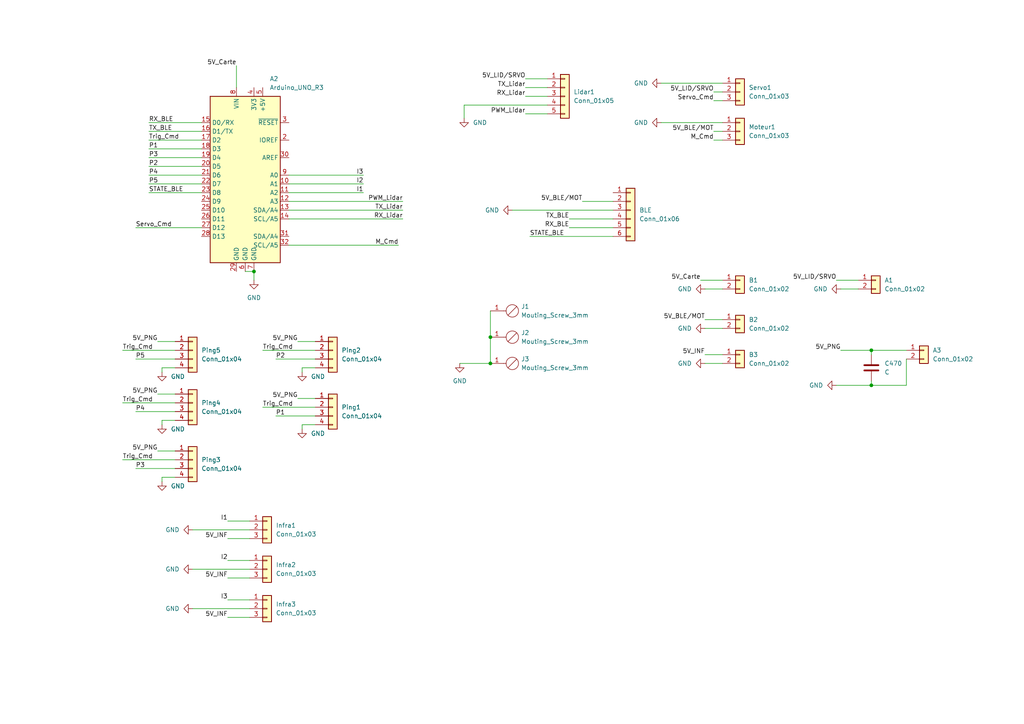
<source format=kicad_sch>
(kicad_sch (version 20211123) (generator eeschema)
  (paper "A4")
  (lib_symbols
    (symbol "Connector_Generic:Conn_01x02" (pin_names (offset 1.016) hide)
      (property "Reference" "J" (at 0 2.54 0))
      (property "Value" "Conn_01x02" (at 0 -5.08 0))
      (symbol "Conn_01x02_1_1"
        (rectangle (start -1.27 -2.413) (end 0 -2.667) (stroke (width 0.1524)))
        (rectangle (start -1.27 0.127) (end 0 -0.127) (stroke (width 0.1524)))
        (rectangle (start -1.27 1.27) (end 1.27 -3.81) (stroke (width 0.254)) (fill (type background)))
        (pin passive line (at -5.08 0 0) (length 3.81) (name "Pin_1") (number "1"))
        (pin passive line (at -5.08 -2.54 0) (length 3.81) (name "Pin_2") (number "2"))
      )
    )
    (symbol "Connector_Generic:Conn_01x03" (pin_names (offset 1.016) hide)
      (property "Reference" "J" (at 0 5.08 0))
      (property "Value" "Conn_01x03" (at 0 -5.08 0))
      (symbol "Conn_01x03_1_1"
        (rectangle (start -1.27 -2.413) (end 0 -2.667) (stroke (width 0.1524)))
        (rectangle (start -1.27 0.127) (end 0 -0.127) (stroke (width 0.1524)))
        (rectangle (start -1.27 2.667) (end 0 2.413) (stroke (width 0.1524)))
        (rectangle (start -1.27 3.81) (end 1.27 -3.81) (stroke (width 0.254)) (fill (type background)))
        (pin passive line (at -5.08 2.54 0) (length 3.81) (name "Pin_1") (number "1"))
        (pin passive line (at -5.08 0 0) (length 3.81) (name "Pin_2") (number "2"))
        (pin passive line (at -5.08 -2.54 0) (length 3.81) (name "Pin_3") (number "3"))
      )
    )
    (symbol "Connector_Generic:Conn_01x04" (pin_names (offset 1.016) hide)
      (property "Reference" "J" (at 0 5.08 0))
      (property "Value" "Conn_01x04" (at 0 -7.62 0))
      (symbol "Conn_01x04_1_1"
        (rectangle (start -1.27 -4.953) (end 0 -5.207) (stroke (width 0.1524)))
        (rectangle (start -1.27 -2.413) (end 0 -2.667) (stroke (width 0.1524)))
        (rectangle (start -1.27 0.127) (end 0 -0.127) (stroke (width 0.1524)))
        (rectangle (start -1.27 2.667) (end 0 2.413) (stroke (width 0.1524)))
        (rectangle (start -1.27 3.81) (end 1.27 -6.35) (stroke (width 0.254)) (fill (type background)))
        (pin passive line (at -5.08 2.54 0) (length 3.81) (name "Pin_1") (number "1"))
        (pin passive line (at -5.08 0 0) (length 3.81) (name "Pin_2") (number "2"))
        (pin passive line (at -5.08 -2.54 0) (length 3.81) (name "Pin_3") (number "3"))
        (pin passive line (at -5.08 -5.08 0) (length 3.81) (name "Pin_4") (number "4"))
      )
    )
    (symbol "Connector_Generic:Conn_01x05" (pin_names (offset 1.016) hide)
      (property "Reference" "J" (at 0 7.62 0))
      (property "Value" "Conn_01x05" (at 0 -7.62 0))
      (symbol "Conn_01x05_1_1"
        (rectangle (start -1.27 -4.953) (end 0 -5.207) (stroke (width 0.1524)))
        (rectangle (start -1.27 -2.413) (end 0 -2.667) (stroke (width 0.1524)))
        (rectangle (start -1.27 0.127) (end 0 -0.127) (stroke (width 0.1524)))
        (rectangle (start -1.27 2.667) (end 0 2.413) (stroke (width 0.1524)))
        (rectangle (start -1.27 5.207) (end 0 4.953) (stroke (width 0.1524)))
        (rectangle (start -1.27 6.35) (end 1.27 -6.35) (stroke (width 0.254)) (fill (type background)))
        (pin passive line (at -5.08 5.08 0) (length 3.81) (name "Pin_1") (number "1"))
        (pin passive line (at -5.08 2.54 0) (length 3.81) (name "Pin_2") (number "2"))
        (pin passive line (at -5.08 0 0) (length 3.81) (name "Pin_3") (number "3"))
        (pin passive line (at -5.08 -2.54 0) (length 3.81) (name "Pin_4") (number "4"))
        (pin passive line (at -5.08 -5.08 0) (length 3.81) (name "Pin_5") (number "5"))
      )
    )
    (symbol "Connector_Generic:Conn_01x06" (pin_names (offset 1.016) hide)
      (property "Reference" "J" (at 0 7.62 0))
      (property "Value" "Conn_01x06" (at 0 -10.16 0))
      (symbol "Conn_01x06_1_1"
        (rectangle (start -1.27 -7.493) (end 0 -7.747) (stroke (width 0.1524)))
        (rectangle (start -1.27 -4.953) (end 0 -5.207) (stroke (width 0.1524)))
        (rectangle (start -1.27 -2.413) (end 0 -2.667) (stroke (width 0.1524)))
        (rectangle (start -1.27 0.127) (end 0 -0.127) (stroke (width 0.1524)))
        (rectangle (start -1.27 2.667) (end 0 2.413) (stroke (width 0.1524)))
        (rectangle (start -1.27 5.207) (end 0 4.953) (stroke (width 0.1524)))
        (rectangle (start -1.27 6.35) (end 1.27 -8.89) (stroke (width 0.254)) (fill (type background)))
        (pin passive line (at -5.08 5.08 0) (length 3.81) (name "Pin_1") (number "1"))
        (pin passive line (at -5.08 2.54 0) (length 3.81) (name "Pin_2") (number "2"))
        (pin passive line (at -5.08 0 0) (length 3.81) (name "Pin_3") (number "3"))
        (pin passive line (at -5.08 -2.54 0) (length 3.81) (name "Pin_4") (number "4"))
        (pin passive line (at -5.08 -5.08 0) (length 3.81) (name "Pin_5") (number "5"))
        (pin passive line (at -5.08 -7.62 0) (length 3.81) (name "Pin_6") (number "6"))
      )
    )
    (symbol "MCU_Module:Arduino_UNO_R3"
      (property "Reference" "A" (at -10.16 23.495 0))
      (property "Value" "Arduino_UNO_R3" (at 5.08 -26.67 0))
      (symbol "Arduino_UNO_R3_0_1"
        (rectangle (start -10.16 22.86) (end 10.16 -25.4) (stroke (width 0.254)) (fill (type background)))
      )
      (symbol "Arduino_UNO_R3_1_1"
        (pin no_connect line (at -10.16 -20.32 0) (length 2.54) hide (name "NC") (number "1"))
        (pin bidirectional line (at 12.7 -2.54 180) (length 2.54) (name "A1") (number "10"))
        (pin bidirectional line (at 12.7 -5.08 180) (length 2.54) (name "A2") (number "11"))
        (pin bidirectional line (at 12.7 -7.62 180) (length 2.54) (name "A3") (number "12"))
        (pin bidirectional line (at 12.7 -10.16 180) (length 2.54) (name "SDA/A4") (number "13"))
        (pin bidirectional line (at 12.7 -12.7 180) (length 2.54) (name "SCL/A5") (number "14"))
        (pin bidirectional line (at -12.7 15.24 0) (length 2.54) (name "D0/RX") (number "15"))
        (pin bidirectional line (at -12.7 12.7 0) (length 2.54) (name "D1/TX") (number "16"))
        (pin bidirectional line (at -12.7 10.16 0) (length 2.54) (name "D2") (number "17"))
        (pin bidirectional line (at -12.7 7.62 0) (length 2.54) (name "D3") (number "18"))
        (pin bidirectional line (at -12.7 5.08 0) (length 2.54) (name "D4") (number "19"))
        (pin output line (at 12.7 10.16 180) (length 2.54) (name "IOREF") (number "2"))
        (pin bidirectional line (at -12.7 2.54 0) (length 2.54) (name "D5") (number "20"))
        (pin bidirectional line (at -12.7 0 0) (length 2.54) (name "D6") (number "21"))
        (pin bidirectional line (at -12.7 -2.54 0) (length 2.54) (name "D7") (number "22"))
        (pin bidirectional line (at -12.7 -5.08 0) (length 2.54) (name "D8") (number "23"))
        (pin bidirectional line (at -12.7 -7.62 0) (length 2.54) (name "D9") (number "24"))
        (pin bidirectional line (at -12.7 -10.16 0) (length 2.54) (name "D10") (number "25"))
        (pin bidirectional line (at -12.7 -12.7 0) (length 2.54) (name "D11") (number "26"))
        (pin bidirectional line (at -12.7 -15.24 0) (length 2.54) (name "D12") (number "27"))
        (pin bidirectional line (at -12.7 -17.78 0) (length 2.54) (name "D13") (number "28"))
        (pin power_in line (at -2.54 -27.94 90) (length 2.54) (name "GND") (number "29"))
        (pin input line (at 12.7 15.24 180) (length 2.54) (name "~{RESET}") (number "3"))
        (pin input line (at 12.7 5.08 180) (length 2.54) (name "AREF") (number "30"))
        (pin bidirectional line (at 12.7 -17.78 180) (length 2.54) (name "SDA/A4") (number "31"))
        (pin bidirectional line (at 12.7 -20.32 180) (length 2.54) (name "SCL/A5") (number "32"))
        (pin power_out line (at 2.54 25.4 270) (length 2.54) (name "3V3") (number "4"))
        (pin power_out line (at 5.08 25.4 270) (length 2.54) (name "+5V") (number "5"))
        (pin power_in line (at 0 -27.94 90) (length 2.54) (name "GND") (number "6"))
        (pin power_in line (at 2.54 -27.94 90) (length 2.54) (name "GND") (number "7"))
        (pin power_in line (at -2.54 25.4 270) (length 2.54) (name "VIN") (number "8"))
        (pin bidirectional line (at 12.7 0 180) (length 2.54) (name "A0") (number "9"))
      )
    )
    (symbol "SymbGamelGe2:C" (pin_numbers hide) (pin_names (offset 0.254))
      (property "Reference" "C" (at 0.635 2.54 0))
      (property "Value" "C" (at 0.635 -2.54 0))
      (symbol "C_0_1"
        (polyline (pts (xy -2.032 -0.762) (xy 2.032 -0.762)) (stroke (width 0.508)))
        (polyline (pts (xy -2.032 0.762) (xy 2.032 0.762)) (stroke (width 0.508)))
      )
      (symbol "C_1_1"
        (pin passive line (at 0 3.81 270) (length 2.794) (name "~") (number "1"))
        (pin passive line (at 0 -3.81 90) (length 2.794) (name "~") (number "2"))
      )
    )
    (symbol "SymbGamelGe2:Mouting_Screw_3mm" (pin_names (offset 1.016) hide)
      (property "Reference" "J" (at 0 2.54 0))
      (property "Value" "Mouting_Screw_3mm" (at 1.27 -2.54 0))
      (symbol "Mouting_Screw_3mm_0_1"
        (polyline (pts (xy 0 -1.27) (xy 2.54 1.27)))
        (circle (center 1.27 0) (radius 1.8034))
      )
      (symbol "Mouting_Screw_3mm_1_1"
        (polyline (pts (xy -1.27 0) (xy -0.508 0)) (stroke (width 0.1524)))
        (pin passive line (at -5.08 0 0) (length 3.81) (name "Pin_1") (number "1"))
      )
    )
    (symbol "power:GND" (power) (pin_names (offset 0))
      (property "Value" "GND" (at 0 -3.81 0))
      (symbol "GND_0_1"
        (polyline (pts (xy 0 0) (xy 0 -1.27) (xy 1.27 -1.27) (xy 0 -2.54) (xy -1.27 -1.27) (xy 0 -1.27)))
      )
      (symbol "GND_1_1"
        (pin power_in line (at 0 0 270) (length 0) hide (name "GND") (number "1"))
      )
    )
  )
  (junction (at 142.24 105.41))
  (junction (at 252.73 101.6))
  (junction (at 252.73 111.76))
  (junction (at 142.24 97.79))
  (junction (at 73.66 78.74))
  (wire (pts (xy 83.82 55.88) (xy 105.41 55.88)))
  (wire (pts (xy 46.99 106.68) (xy 46.99 107.95)))
  (wire (pts (xy 243.84 101.6) (xy 252.73 101.6)))
  (wire (pts (xy 35.56 133.35) (xy 50.8 133.35)))
  (wire (pts (xy 134.62 30.48) (xy 134.62 34.29)))
  (wire (pts (xy 83.82 58.42) (xy 116.84 58.42)))
  (wire (pts (xy 39.37 104.14) (xy 50.8 104.14)))
  (wire (pts (xy 86.36 99.06) (xy 91.44 99.06)))
  (wire (pts (xy 39.37 66.04) (xy 58.42 66.04)))
  (wire (pts (xy 73.66 81.28) (xy 73.66 78.74)))
  (wire (pts (xy 91.44 123.19) (xy 87.63 123.19)))
  (wire (pts (xy 43.18 43.18) (xy 58.42 43.18)))
  (wire (pts (xy 50.8 121.92) (xy 46.99 121.92)))
  (wire (pts (xy 43.18 40.64) (xy 58.42 40.64)))
  (wire (pts (xy 91.44 106.68) (xy 87.63 106.68)))
  (wire (pts (xy 204.47 95.25) (xy 209.55 95.25)))
  (wire (pts (xy 43.18 38.1) (xy 58.42 38.1)))
  (wire (pts (xy 43.18 50.8) (xy 58.42 50.8)))
  (wire (pts (xy 39.37 135.89) (xy 50.8 135.89)))
  (wire (pts (xy 158.75 30.48) (xy 134.62 30.48)))
  (wire (pts (xy 207.01 38.1) (xy 209.55 38.1)))
  (wire (pts (xy 204.47 105.41) (xy 209.55 105.41)))
  (wire (pts (xy 243.84 83.82) (xy 248.92 83.82)))
  (wire (pts (xy 45.72 114.3) (xy 50.8 114.3)))
  (wire (pts (xy 83.82 53.34) (xy 105.41 53.34)))
  (wire (pts (xy 45.72 130.81) (xy 50.8 130.81)))
  (wire (pts (xy 142.24 90.17) (xy 142.24 97.79)))
  (wire (pts (xy 191.77 35.56) (xy 209.55 35.56)))
  (wire (pts (xy 76.2 118.11) (xy 91.44 118.11)))
  (wire (pts (xy 165.1 63.5) (xy 177.8 63.5)))
  (wire (pts (xy 152.4 25.4) (xy 158.75 25.4)))
  (wire (pts (xy 252.73 111.76) (xy 262.89 111.76)))
  (wire (pts (xy 72.39 165.1) (xy 55.88 165.1)))
  (wire (pts (xy 87.63 123.19) (xy 87.63 124.46)))
  (wire (pts (xy 72.39 153.67) (xy 55.88 153.67)))
  (wire (pts (xy 152.4 27.94) (xy 158.75 27.94)))
  (wire (pts (xy 43.18 35.56) (xy 58.42 35.56)))
  (wire (pts (xy 66.04 167.64) (xy 72.39 167.64)))
  (wire (pts (xy 168.91 58.42) (xy 177.8 58.42)))
  (wire (pts (xy 142.24 97.79) (xy 142.24 105.41)))
  (wire (pts (xy 66.04 173.99) (xy 72.39 173.99)))
  (wire (pts (xy 66.04 156.21) (xy 72.39 156.21)))
  (wire (pts (xy 152.4 33.02) (xy 158.75 33.02)))
  (wire (pts (xy 43.18 45.72) (xy 58.42 45.72)))
  (wire (pts (xy 191.77 24.13) (xy 209.55 24.13)))
  (wire (pts (xy 242.57 111.76) (xy 252.73 111.76)))
  (wire (pts (xy 76.2 101.6) (xy 91.44 101.6)))
  (wire (pts (xy 242.57 81.28) (xy 248.92 81.28)))
  (wire (pts (xy 68.58 19.05) (xy 68.58 25.4)))
  (wire (pts (xy 45.72 99.06) (xy 50.8 99.06)))
  (wire (pts (xy 50.8 138.43) (xy 46.99 138.43)))
  (wire (pts (xy 204.47 83.82) (xy 209.55 83.82)))
  (wire (pts (xy 46.99 121.92) (xy 46.99 123.19)))
  (wire (pts (xy 83.82 50.8) (xy 105.41 50.8)))
  (wire (pts (xy 207.01 29.21) (xy 209.55 29.21)))
  (wire (pts (xy 66.04 151.13) (xy 72.39 151.13)))
  (wire (pts (xy 66.04 162.56) (xy 72.39 162.56)))
  (wire (pts (xy 43.18 48.26) (xy 58.42 48.26)))
  (wire (pts (xy 43.18 55.88) (xy 58.42 55.88)))
  (wire (pts (xy 50.8 106.68) (xy 46.99 106.68)))
  (wire (pts (xy 204.47 92.71) (xy 209.55 92.71)))
  (wire (pts (xy 83.82 71.12) (xy 115.57 71.12)))
  (wire (pts (xy 204.47 102.87) (xy 209.55 102.87)))
  (wire (pts (xy 35.56 116.84) (xy 50.8 116.84)))
  (wire (pts (xy 153.67 68.58) (xy 177.8 68.58)))
  (wire (pts (xy 252.73 101.6) (xy 252.73 102.87)))
  (wire (pts (xy 252.73 110.49) (xy 252.73 111.76)))
  (wire (pts (xy 35.56 101.6) (xy 50.8 101.6)))
  (wire (pts (xy 66.04 179.07) (xy 72.39 179.07)))
  (wire (pts (xy 86.36 115.57) (xy 91.44 115.57)))
  (wire (pts (xy 262.89 104.14) (xy 262.89 111.76)))
  (wire (pts (xy 207.01 26.67) (xy 209.55 26.67)))
  (wire (pts (xy 207.01 40.64) (xy 209.55 40.64)))
  (wire (pts (xy 165.1 66.04) (xy 177.8 66.04)))
  (wire (pts (xy 133.35 105.41) (xy 142.24 105.41)))
  (wire (pts (xy 80.01 104.14) (xy 91.44 104.14)))
  (wire (pts (xy 71.12 78.74) (xy 73.66 78.74)))
  (wire (pts (xy 46.99 138.43) (xy 46.99 139.7)))
  (wire (pts (xy 203.2 81.28) (xy 209.55 81.28)))
  (wire (pts (xy 87.63 106.68) (xy 87.63 107.95)))
  (wire (pts (xy 252.73 101.6) (xy 262.89 101.6)))
  (wire (pts (xy 80.01 120.65) (xy 91.44 120.65)))
  (wire (pts (xy 72.39 176.53) (xy 55.88 176.53)))
  (wire (pts (xy 83.82 63.5) (xy 116.84 63.5)))
  (wire (pts (xy 43.18 53.34) (xy 58.42 53.34)))
  (wire (pts (xy 148.59 60.96) (xy 177.8 60.96)))
  (wire (pts (xy 83.82 60.96) (xy 116.84 60.96)))
  (wire (pts (xy 39.37 119.38) (xy 50.8 119.38)))
  (wire (pts (xy 152.4 22.86) (xy 158.75 22.86)))
  (label "5V_BLE{slash}MOT" (at 207.01 38.1 180))
  (label "P3" (at 43.18 45.72 0))
  (label "Servo_Cmd" (at 207.01 29.21 180))
  (label "Trig_Cmd" (at 43.18 40.64 0))
  (label "TX_BLE" (at 165.1 63.5 180))
  (label "P1" (at 43.18 43.18 0))
  (label "I3" (at 66.04 173.99 180))
  (label "5V_LID{slash}SRVO" (at 152.4 22.86 180))
  (label "P4" (at 39.37 119.38 0))
  (label "RX_Lidar" (at 152.4 27.94 180))
  (label "Trig_Cmd" (at 76.2 118.11 0))
  (label "P2" (at 43.18 48.26 0))
  (label "P5" (at 39.37 104.14 0))
  (label "TX_Lidar" (at 116.84 60.96 180))
  (label "5V_BLE{slash}MOT" (at 204.47 92.71 180))
  (label "5V_PNG" (at 86.36 115.57 180))
  (label "5V_PNG" (at 45.72 99.06 180))
  (label "PWM_Lidar" (at 152.4 33.02 180))
  (label "I1" (at 105.41 55.88 180))
  (label "P3" (at 39.37 135.89 0))
  (label "5V_PNG" (at 45.72 130.81 180))
  (label "STATE_BLE" (at 43.18 55.88 0))
  (label "5V_Carte" (at 203.2 81.28 180))
  (label "5V_PNG" (at 45.72 114.3 180))
  (label "Servo_Cmd" (at 39.37 66.04 0))
  (label "5V_INF" (at 204.47 102.87 180))
  (label "Trig_Cmd" (at 35.56 133.35 0))
  (label "RX_BLE" (at 165.1 66.04 180))
  (label "I3" (at 105.41 50.8 180))
  (label "M_Cmd" (at 207.01 40.64 180))
  (label "Trig_Cmd" (at 76.2 101.6 0))
  (label "P2" (at 80.01 104.14 0))
  (label "5V_INF" (at 66.04 167.64 180))
  (label "Trig_Cmd" (at 35.56 101.6 0))
  (label "Trig_Cmd" (at 35.56 116.84 0))
  (label "P4" (at 43.18 50.8 0))
  (label "TX_Lidar" (at 152.4 25.4 180))
  (label "RX_Lidar" (at 116.84 63.5 180))
  (label "P5" (at 43.18 53.34 0))
  (label "5V_INF" (at 66.04 179.07 180))
  (label "5V_INF" (at 66.04 156.21 180))
  (label "P1" (at 80.01 120.65 0))
  (label "TX_BLE" (at 43.18 38.1 0))
  (label "STATE_BLE" (at 153.67 68.58 0))
  (label "5V_Carte" (at 68.58 19.05 180))
  (label "PWM_Lidar" (at 116.84 58.42 180))
  (label "5V_BLE{slash}MOT" (at 168.91 58.42 180))
  (label "5V_PNG" (at 243.84 101.6 180))
  (label "5V_LID{slash}SRVO" (at 242.57 81.28 180))
  (label "I1" (at 66.04 151.13 180))
  (label "I2" (at 105.41 53.34 180))
  (label "5V_LID{slash}SRVO" (at 207.01 26.67 180))
  (label "RX_BLE" (at 43.18 35.56 0))
  (label "5V_PNG" (at 86.36 99.06 180))
  (label "I2" (at 66.04 162.56 180))
  (label "M_Cmd" (at 115.57 71.12 180))
  (symbol (lib_id "power:GND") (at 87.63 124.46 0) (unit 1)
    (property "Reference" "#PWR0108" (effects hide))
    (property "Value" "GND" (at 90.17 125.7299 0) (effects (justify left)))
  )
  (symbol (lib_id "Connector_Generic:Conn_01x02") (at 214.63 81.28 0) (unit 1)
    (property "Reference" "B1" (at 217.17 81.2799 0) (effects (justify left)))
    (property "Value" "Conn_01x02" (at 217.17 83.8199 0) (effects (justify left)))
    (property "Footprint" "Connector_PinHeader_2.54mm:PinHeader_1x02_P2.54mm_Vertical" (effects hide))
  )
  (symbol (lib_id "Connector_Generic:Conn_01x04") (at 55.88 101.6 0) (unit 1)
    (property "Reference" "Ping5" (at 58.42 101.5999 0) (effects (justify left)))
    (property "Value" "Conn_01x04" (at 58.42 104.1399 0) (effects (justify left)))
    (property "Footprint" "Connector_PinHeader_2.54mm:PinHeader_1x04_P2.54mm_Vertical" (effects hide))
  )
  (symbol (lib_id "power:GND") (at 134.62 34.29 0) (unit 1)
    (property "Reference" "#PWR0101" (effects hide))
    (property "Value" "GND" (at 137.16 35.5599 0) (effects (justify left)))
  )
  (symbol (lib_id "Connector_Generic:Conn_01x02") (at 214.63 102.87 0) (unit 1)
    (property "Reference" "B3" (at 217.17 102.8699 0) (effects (justify left)))
    (property "Value" "Conn_01x02" (at 217.17 105.4099 0) (effects (justify left)))
    (property "Footprint" "Connector_PinHeader_2.54mm:PinHeader_1x02_P2.54mm_Vertical" (effects hide))
  )
  (symbol (lib_id "power:GND") (at 204.47 105.41 270) (unit 1)
    (property "Reference" "#PWR0115" (effects hide))
    (property "Value" "GND" (at 200.66 105.4099 90) (effects (justify right)))
  )
  (symbol (lib_id "power:GND") (at 46.99 123.19 0) (unit 1)
    (property "Reference" "#PWR0104" (effects hide))
    (property "Value" "GND" (at 49.53 124.4599 0) (effects (justify left)))
  )
  (symbol (lib_id "power:GND") (at 204.47 83.82 270) (unit 1)
    (property "Reference" "#PWR0113" (effects hide))
    (property "Value" "GND" (at 200.66 83.8199 90) (effects (justify right)))
  )
  (symbol (lib_id "Connector_Generic:Conn_01x03") (at 77.47 153.67 0) (unit 1)
    (property "Reference" "Infra1" (at 80.01 152.3999 0) (effects (justify left)))
    (property "Value" "Conn_01x03" (at 80.01 154.9399 0) (effects (justify left)))
    (property "Footprint" "Connector_PinHeader_2.54mm:PinHeader_1x03_P2.54mm_Vertical" (effects hide))
  )
  (symbol (lib_id "Connector_Generic:Conn_01x04") (at 55.88 116.84 0) (unit 1)
    (property "Reference" "Ping4" (at 58.42 116.8399 0) (effects (justify left)))
    (property "Value" "Conn_01x04" (at 58.42 119.3799 0) (effects (justify left)))
    (property "Footprint" "Connector_PinHeader_2.54mm:PinHeader_1x04_P2.54mm_Vertical" (effects hide))
  )
  (symbol (lib_id "SymbGamelGe2:Mouting_Screw_3mm") (at 147.32 97.79 0) (unit 1)
    (property "Reference" "J2" (at 151.13 96.5199 0) (effects (justify left)))
    (property "Value" "Mouting_Screw_3mm" (at 151.13 99.0599 0) (effects (justify left)))
    (property "Footprint" "FootprintGamelGe2:Mouting_Screw_3mm" (effects hide))
  )
  (symbol (lib_id "power:GND") (at 87.63 107.95 0) (unit 1)
    (property "Reference" "#PWR0106" (effects hide))
    (property "Value" "GND" (at 90.17 109.2199 0) (effects (justify left)))
  )
  (symbol (lib_id "Connector_Generic:Conn_01x03") (at 77.47 176.53 0) (unit 1)
    (property "Reference" "Infra3" (at 80.01 175.2599 0) (effects (justify left)))
    (property "Value" "Conn_01x03" (at 80.01 177.7999 0) (effects (justify left)))
    (property "Footprint" "Connector_PinHeader_2.54mm:PinHeader_1x03_P2.54mm_Vertical" (effects hide))
  )
  (symbol (lib_id "SymbGamelGe2:C") (at 252.73 106.68 0) (unit 1)
    (property "Reference" "C470" (at 256.54 105.4099 0) (effects (justify left)))
    (property "Value" "C" (at 256.54 107.9499 0) (effects (justify left)))
    (property "Footprint" "FootprintGamelGe2:C_Rect_L7.0mm_W2.5mm_P5.00mm" (effects hide))
  )
  (symbol (lib_id "power:GND") (at 148.59 60.96 270) (unit 1)
    (property "Reference" "#PWR?" (effects hide))
    (property "Value" "GND" (at 144.78 60.9599 90) (effects (justify right)))
  )
  (symbol (lib_id "Connector_Generic:Conn_01x03") (at 214.63 38.1 0) (unit 1)
    (property "Reference" "Moteur1" (at 217.17 36.8299 0) (effects (justify left)))
    (property "Value" "Conn_01x03" (at 217.17 39.3699 0) (effects (justify left)))
    (property "Footprint" "Connector_PinHeader_2.54mm:PinHeader_1x03_P2.54mm_Vertical" (effects hide))
  )
  (symbol (lib_id "SymbGamelGe2:Mouting_Screw_3mm") (at 147.32 105.41 0) (unit 1)
    (property "Reference" "J3" (at 151.13 104.1399 0) (effects (justify left)))
    (property "Value" "Mouting_Screw_3mm" (at 151.13 106.6799 0) (effects (justify left)))
    (property "Footprint" "FootprintGamelGe2:Mouting_Screw_3mm" (effects hide))
  )
  (symbol (lib_id "Connector_Generic:Conn_01x06") (at 182.88 60.96 0) (unit 1)
    (property "Reference" "BLE" (at 185.42 60.9599 0) (effects (justify left)))
    (property "Value" "Conn_01x06" (at 185.42 63.4999 0) (effects (justify left)))
    (property "Footprint" "Connector_PinHeader_2.54mm:PinHeader_1x06_P2.54mm_Vertical" (effects hide))
  )
  (symbol (lib_id "power:GND") (at 46.99 107.95 0) (unit 1)
    (property "Reference" "#PWR0107" (effects hide))
    (property "Value" "GND" (at 49.53 109.2199 0) (effects (justify left)))
  )
  (symbol (lib_id "power:GND") (at 191.77 35.56 270) (unit 1)
    (property "Reference" "#PWR0118" (effects hide))
    (property "Value" "GND" (at 187.96 35.5599 90) (effects (justify right)))
  )
  (symbol (lib_id "Connector_Generic:Conn_01x04") (at 96.52 101.6 0) (unit 1)
    (property "Reference" "Ping2" (at 99.06 101.5999 0) (effects (justify left)))
    (property "Value" "Conn_01x04" (at 99.06 104.1399 0) (effects (justify left)))
    (property "Footprint" "Connector_PinHeader_2.54mm:PinHeader_1x04_P2.54mm_Vertical" (effects hide))
  )
  (symbol (lib_id "power:GND") (at 73.66 81.28 0) (unit 1)
    (property "Reference" "#PWR0103" (effects hide))
    (property "Value" "GND" (at 73.66 86.36 0))
  )
  (symbol (lib_id "power:GND") (at 242.57 111.76 270) (unit 1)
    (property "Reference" "#PWR0112" (effects hide))
    (property "Value" "GND" (at 238.76 111.7599 90) (effects (justify right)))
  )
  (symbol (lib_id "power:GND") (at 55.88 165.1 270) (unit 1)
    (property "Reference" "#PWR0111" (effects hide))
    (property "Value" "GND" (at 52.07 165.0999 90) (effects (justify right)))
  )
  (symbol (lib_id "power:GND") (at 55.88 176.53 270) (unit 1)
    (property "Reference" "#PWR0110" (effects hide))
    (property "Value" "GND" (at 52.07 176.5299 90) (effects (justify right)))
  )
  (symbol (lib_id "Connector_Generic:Conn_01x03") (at 214.63 26.67 0) (unit 1)
    (property "Reference" "Servo1" (at 217.17 25.3999 0) (effects (justify left)))
    (property "Value" "Conn_01x03" (at 217.17 27.9399 0) (effects (justify left)))
    (property "Footprint" "Connector_PinHeader_2.54mm:PinHeader_1x03_P2.54mm_Vertical" (effects hide))
  )
  (symbol (lib_id "Connector_Generic:Conn_01x03") (at 77.47 165.1 0) (unit 1)
    (property "Reference" "Infra2" (at 80.01 163.8299 0) (effects (justify left)))
    (property "Value" "Conn_01x03" (at 80.01 166.3699 0) (effects (justify left)))
    (property "Footprint" "Connector_PinHeader_2.54mm:PinHeader_1x03_P2.54mm_Vertical" (effects hide))
  )
  (symbol (lib_id "Connector_Generic:Conn_01x02") (at 214.63 92.71 0) (unit 1)
    (property "Reference" "B2" (at 217.17 92.7099 0) (effects (justify left)))
    (property "Value" "Conn_01x02" (at 217.17 95.2499 0) (effects (justify left)))
    (property "Footprint" "Connector_PinHeader_2.54mm:PinHeader_1x02_P2.54mm_Vertical" (effects hide))
  )
  (symbol (lib_id "Connector_Generic:Conn_01x05") (at 163.83 27.94 0) (unit 1)
    (property "Reference" "Lidar1" (at 166.37 26.6699 0) (effects (justify left)))
    (property "Value" "Conn_01x05" (at 166.37 29.2099 0) (effects (justify left)))
    (property "Footprint" "Connector_PinHeader_2.54mm:PinHeader_1x05_P2.54mm_Vertical" (effects hide))
  )
  (symbol (lib_id "power:GND") (at 243.84 83.82 270) (unit 1)
    (property "Reference" "#PWR0116" (effects hide))
    (property "Value" "GND" (at 240.03 83.8199 90) (effects (justify right)))
  )
  (symbol (lib_id "Connector_Generic:Conn_01x02") (at 267.97 101.6 0) (unit 1)
    (property "Reference" "A3" (at 270.51 101.5999 0) (effects (justify left)))
    (property "Value" "Conn_01x02" (at 270.51 104.1399 0) (effects (justify left)))
    (property "Footprint" "Connector_PinHeader_2.54mm:PinHeader_1x02_P2.54mm_Vertical" (effects hide))
  )
  (symbol (lib_id "power:GND") (at 204.47 95.25 270) (unit 1)
    (property "Reference" "#PWR0114" (effects hide))
    (property "Value" "GND" (at 200.66 95.2499 90) (effects (justify right)))
  )
  (symbol (lib_id "Connector_Generic:Conn_01x04") (at 55.88 133.35 0) (unit 1)
    (property "Reference" "Ping3" (at 58.42 133.3499 0) (effects (justify left)))
    (property "Value" "Conn_01x04" (at 58.42 135.8899 0) (effects (justify left)))
    (property "Footprint" "Connector_PinHeader_2.54mm:PinHeader_1x04_P2.54mm_Vertical" (effects hide))
  )
  (symbol (lib_id "MCU_Module:Arduino_UNO_R3") (at 71.12 50.8 0) (unit 1)
    (property "Reference" "A2" (at 78.2194 22.86 0) (effects (justify left)))
    (property "Value" "Arduino_UNO_R3" (at 78.2194 25.4 0) (effects (justify left)))
    (property "Footprint" "Module:Arduino_UNO_R3" (effects hide))
    (property "Datasheet" "https://www.arduino.cc/en/Main/arduinoBoardUno" (effects hide))
  )
  (symbol (lib_id "power:GND") (at 55.88 153.67 270) (unit 1)
    (property "Reference" "#PWR0109" (effects hide))
    (property "Value" "GND" (at 52.07 153.6699 90) (effects (justify right)))
  )
  (symbol (lib_id "SymbGamelGe2:Mouting_Screw_3mm") (at 147.32 90.17 0) (unit 1)
    (property "Reference" "J1" (at 151.13 88.8999 0) (effects (justify left)))
    (property "Value" "Mouting_Screw_3mm" (at 151.13 91.4399 0) (effects (justify left)))
    (property "Footprint" "FootprintGamelGe2:Mouting_Screw_3mm" (effects hide))
  )
  (symbol (lib_id "power:GND") (at 133.35 105.41 0) (unit 1)
    (property "Reference" "#PWR0119" (effects hide))
    (property "Value" "GND" (at 133.35 110.49 0))
  )
  (symbol (lib_id "Connector_Generic:Conn_01x02") (at 254 81.28 0) (unit 1)
    (property "Reference" "A1" (at 256.54 81.2799 0) (effects (justify left)))
    (property "Value" "Conn_01x02" (at 256.54 83.8199 0) (effects (justify left)))
    (property "Footprint" "Connector_PinHeader_2.54mm:PinHeader_1x02_P2.54mm_Vertical" (effects hide))
  )
  (symbol (lib_id "power:GND") (at 191.77 24.13 270) (unit 1)
    (property "Reference" "#PWR0117" (effects hide))
    (property "Value" "GND" (at 187.96 24.1299 90) (effects (justify right)))
  )
  (symbol (lib_id "power:GND") (at 46.99 139.7 0) (unit 1)
    (property "Reference" "#PWR0105" (effects hide))
    (property "Value" "GND" (at 49.53 140.9699 0) (effects (justify left)))
  )
  (symbol (lib_id "Connector_Generic:Conn_01x04") (at 96.52 118.11 0) (unit 1)
    (property "Reference" "Ping1" (at 99.06 118.1099 0) (effects (justify left)))
    (property "Value" "Conn_01x04" (at 99.06 120.6499 0) (effects (justify left)))
    (property "Footprint" "Connector_PinHeader_2.54mm:PinHeader_1x04_P2.54mm_Vertical" (effects hide))
  )
)
</source>
